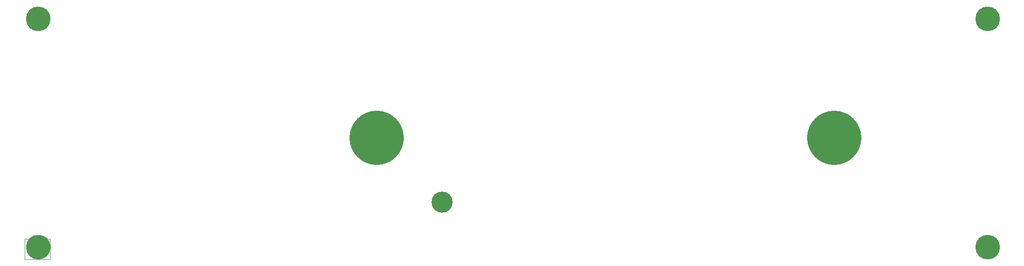
<source format=gbr>
%TF.GenerationSoftware,KiCad,Pcbnew,9.0.5*%
%TF.CreationDate,2025-11-21T22:54:30+01:00*%
%TF.ProjectId,hv amp front,68762061-6d70-4206-9672-6f6e742e6b69,rev?*%
%TF.SameCoordinates,Original*%
%TF.FileFunction,Soldermask,Bot*%
%TF.FilePolarity,Negative*%
%FSLAX46Y46*%
G04 Gerber Fmt 4.6, Leading zero omitted, Abs format (unit mm)*
G04 Created by KiCad (PCBNEW 9.0.5) date 2025-11-21 22:54:30*
%MOMM*%
%LPD*%
G01*
G04 APERTURE LIST*
%ADD10C,0.100000*%
%ADD11C,3.700000*%
%ADD12C,9.500000*%
%ADD13C,4.300000*%
G04 APERTURE END LIST*
D10*
X63930000Y-87590000D02*
X68430000Y-87590000D01*
X68430000Y-91200000D01*
X63930000Y-91200000D01*
X63930000Y-87590000D01*
D11*
%TO.C,*%
X136930000Y-81200000D03*
%TD*%
D12*
%TO.C,*%
X205480000Y-69940000D03*
%TD*%
D13*
%TO.C,REF\u002A\u002A*%
X66320000Y-49070000D03*
%TD*%
%TO.C,REF\u002A\u002A*%
X232320000Y-49070000D03*
%TD*%
D12*
%TO.C,*%
X125480000Y-69940000D03*
%TD*%
D13*
%TO.C,REF\u002A\u002A*%
X66320000Y-89070000D03*
%TD*%
%TO.C,REF\u002A\u002A*%
X232320000Y-89070000D03*
%TD*%
M02*

</source>
